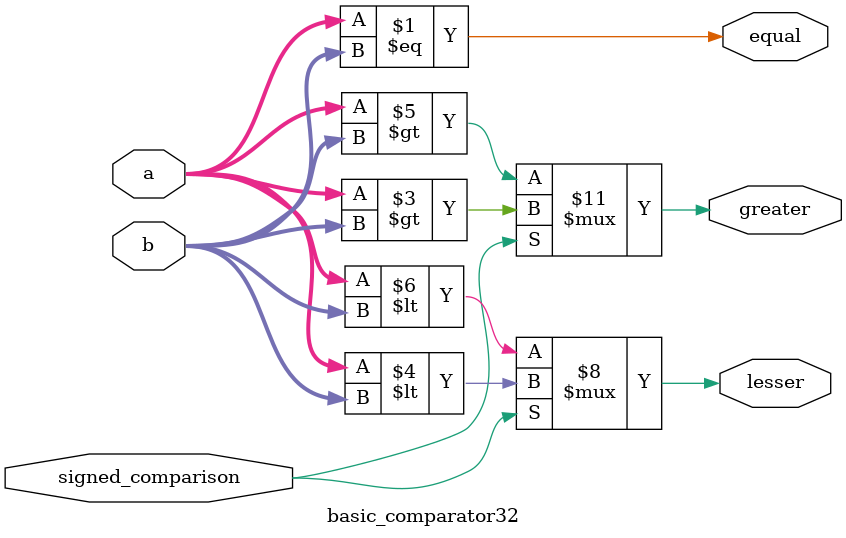
<source format=sv>
module basic_comparator32 (
	input logic [31:0] a,   
	input logic [31:0] b, 
	input logic signed_comparison, // comparacao com sinal

	output logic equal, // a = b
	output logic greater, // a > b
	output logic lesser // a < b	
);

	assign equal = (a == b);

	always_comb begin
		if(signed_comparison) begin			
			greater = $signed(a) > $signed(b);
			lesser = $signed(a) < $signed(b);
		end 
		else begin
			greater = a > b;
			lesser = a < b;
		end
	end

endmodule

</source>
